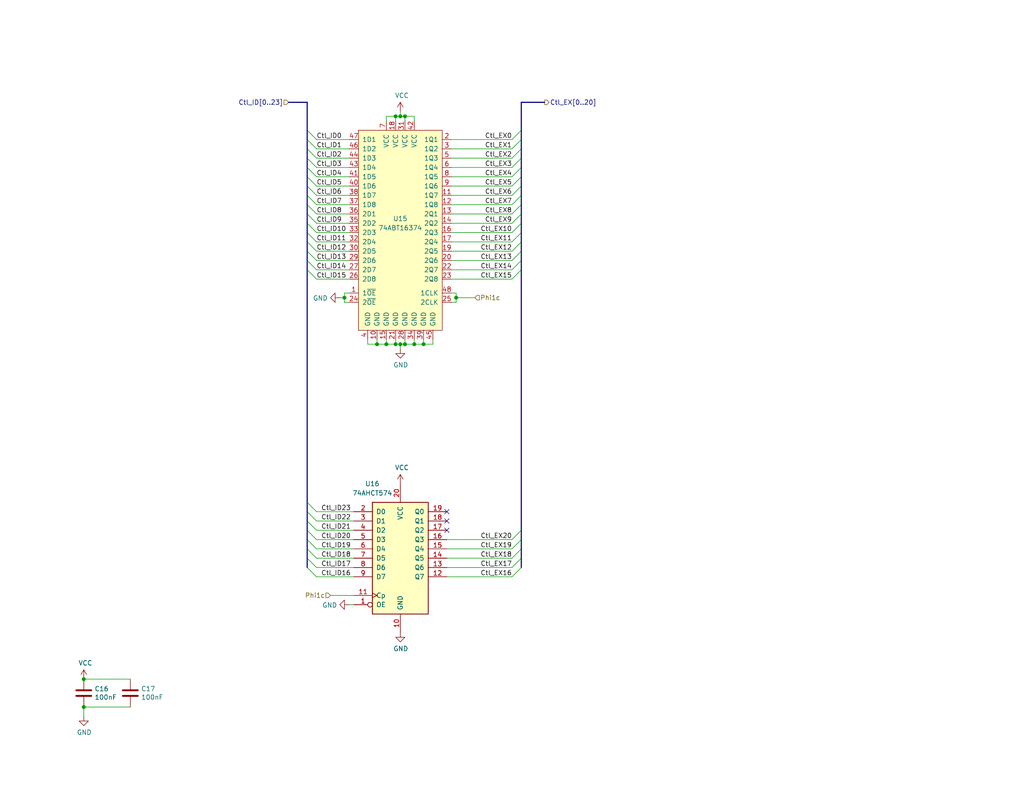
<source format=kicad_sch>
(kicad_sch (version 20230121) (generator eeschema)
  (paper "USLetter")
  (title_block (title "ID/EX Control Register") (date "2023-09-25") (rev "C"))
  (lib_symbols
    (symbol "74xx (kicad5):74ABT16374" (pin_names (offset 1.016))
      (property "Reference" "U" (at 0 1.27 0))
      (property "Value" "74ABT16374" (at 0 -1.27 0))
      (symbol "74ABT16374_0_0"
        (pin input line (at -13.97 -20.32 0) (length 2.54) (name "1~{OE}") (number "1"))
        (pin power_in line (at -6.35 -33.02 90) (length 2.54) (name "GND") (number "10"))
        (pin tri_state line (at 13.97 6.35 180) (length 2.54) (name "1Q7") (number "11"))
        (pin tri_state line (at 13.97 3.81 180) (length 2.54) (name "1Q8") (number "12"))
        (pin tri_state line (at 13.97 1.27 180) (length 2.54) (name "2Q1") (number "13"))
        (pin tri_state line (at 13.97 -1.27 180) (length 2.54) (name "2Q2") (number "14"))
        (pin power_in line (at -3.81 -33.02 90) (length 2.54) (name "GND") (number "15"))
        (pin tri_state line (at 13.97 -3.81 180) (length 2.54) (name "2Q3") (number "16"))
        (pin tri_state line (at 13.97 -6.35 180) (length 2.54) (name "2Q4") (number "17"))
        (pin power_in line (at -1.27 26.67 270) (length 2.54) (name "VCC") (number "18"))
        (pin tri_state line (at 13.97 -8.89 180) (length 2.54) (name "2Q5") (number "19"))
        (pin tri_state line (at 13.97 21.59 180) (length 2.54) (name "1Q1") (number "2"))
        (pin tri_state line (at 13.97 -11.43 180) (length 2.54) (name "2Q6") (number "20"))
        (pin power_in line (at -1.27 -33.02 90) (length 2.54) (name "GND") (number "21"))
        (pin tri_state line (at 13.97 -13.97 180) (length 2.54) (name "2Q7") (number "22"))
        (pin tri_state line (at 13.97 -16.51 180) (length 2.54) (name "2Q8") (number "23"))
        (pin input line (at -13.97 -22.86 0) (length 2.54) (name "2~{OE}") (number "24"))
        (pin input line (at 13.97 -22.86 180) (length 2.54) (name "2CLK") (number "25"))
        (pin input line (at -13.97 -16.51 0) (length 2.54) (name "2D8") (number "26"))
        (pin input line (at -13.97 -13.97 0) (length 2.54) (name "2D7") (number "27"))
        (pin power_in line (at 1.27 -33.02 90) (length 2.54) (name "GND") (number "28"))
        (pin input line (at -13.97 -11.43 0) (length 2.54) (name "2D6") (number "29"))
        (pin tri_state line (at 13.97 19.05 180) (length 2.54) (name "1Q2") (number "3"))
        (pin input line (at -13.97 -8.89 0) (length 2.54) (name "2D5") (number "30"))
        (pin power_in line (at 1.27 26.67 270) (length 2.54) (name "VCC") (number "31"))
        (pin input line (at -13.97 -6.35 0) (length 2.54) (name "2D4") (number "32"))
        (pin input line (at -13.97 -3.81 0) (length 2.54) (name "2D3") (number "33"))
        (pin power_in line (at 3.81 -33.02 90) (length 2.54) (name "GND") (number "34"))
        (pin input line (at -13.97 -1.27 0) (length 2.54) (name "2D2") (number "35"))
        (pin input line (at -13.97 1.27 0) (length 2.54) (name "2D1") (number "36"))
        (pin input line (at -13.97 3.81 0) (length 2.54) (name "1D8") (number "37"))
        (pin input line (at -13.97 6.35 0) (length 2.54) (name "1D7") (number "38"))
        (pin power_in line (at 6.35 -33.02 90) (length 2.54) (name "GND") (number "39"))
        (pin power_in line (at -8.89 -33.02 90) (length 2.54) (name "GND") (number "4"))
        (pin input line (at -13.97 8.89 0) (length 2.54) (name "1D6") (number "40"))
        (pin input line (at -13.97 11.43 0) (length 2.54) (name "1D5") (number "41"))
        (pin power_in line (at 3.81 26.67 270) (length 2.54) (name "VCC") (number "42"))
        (pin input line (at -13.97 13.97 0) (length 2.54) (name "1D4") (number "43"))
        (pin input line (at -13.97 16.51 0) (length 2.54) (name "1D3") (number "44"))
        (pin power_in line (at 8.89 -33.02 90) (length 2.54) (name "GND") (number "45"))
        (pin input line (at -13.97 19.05 0) (length 2.54) (name "1D2") (number "46"))
        (pin input line (at -13.97 21.59 0) (length 2.54) (name "1D1") (number "47"))
        (pin input line (at 13.97 -20.32 180) (length 2.54) (name "1CLK") (number "48"))
        (pin tri_state line (at 13.97 16.51 180) (length 2.54) (name "1Q3") (number "5"))
        (pin tri_state line (at 13.97 13.97 180) (length 2.54) (name "1Q4") (number "6"))
        (pin power_in line (at -3.81 26.67 270) (length 2.54) (name "VCC") (number "7"))
        (pin tri_state line (at 13.97 11.43 180) (length 2.54) (name "1Q5") (number "8"))
        (pin tri_state line (at 13.97 8.89 180) (length 2.54) (name "1Q6") (number "9"))
      )
      (symbol "74ABT16374_0_1"
        (rectangle (start -11.43 24.13) (end 11.43 -30.48) (fill (type background)))
      )
    )
    (symbol "74xx:74LS574" (pin_names (offset 1.016))
      (property "Reference" "U" (at -7.62 16.51 0))
      (property "Value" "74LS574" (at -7.62 -16.51 0))
      (symbol "74LS574_1_0"
        (pin input inverted (at -12.7 -12.7 0) (length 5.08) (name "OE") (number "1"))
        (pin power_in line (at 0 -20.32 90) (length 5.08) (name "GND") (number "10"))
        (pin input clock (at -12.7 -10.16 0) (length 5.08) (name "Cp") (number "11"))
        (pin tri_state line (at 12.7 -5.08 180) (length 5.08) (name "Q7") (number "12"))
        (pin tri_state line (at 12.7 -2.54 180) (length 5.08) (name "Q6") (number "13"))
        (pin tri_state line (at 12.7 0 180) (length 5.08) (name "Q5") (number "14"))
        (pin tri_state line (at 12.7 2.54 180) (length 5.08) (name "Q4") (number "15"))
        (pin tri_state line (at 12.7 5.08 180) (length 5.08) (name "Q3") (number "16"))
        (pin tri_state line (at 12.7 7.62 180) (length 5.08) (name "Q2") (number "17"))
        (pin tri_state line (at 12.7 10.16 180) (length 5.08) (name "Q1") (number "18"))
        (pin tri_state line (at 12.7 12.7 180) (length 5.08) (name "Q0") (number "19"))
        (pin input line (at -12.7 12.7 0) (length 5.08) (name "D0") (number "2"))
        (pin power_in line (at 0 20.32 270) (length 5.08) (name "VCC") (number "20"))
        (pin input line (at -12.7 10.16 0) (length 5.08) (name "D1") (number "3"))
        (pin input line (at -12.7 7.62 0) (length 5.08) (name "D2") (number "4"))
        (pin input line (at -12.7 5.08 0) (length 5.08) (name "D3") (number "5"))
        (pin input line (at -12.7 2.54 0) (length 5.08) (name "D4") (number "6"))
        (pin input line (at -12.7 0 0) (length 5.08) (name "D5") (number "7"))
        (pin input line (at -12.7 -2.54 0) (length 5.08) (name "D6") (number "8"))
        (pin input line (at -12.7 -5.08 0) (length 5.08) (name "D7") (number "9"))
      )
      (symbol "74LS574_1_1"
        (rectangle (start -7.62 15.24) (end 7.62 -15.24) (stroke (width 0.254)) (fill (type background)))
      )
    )
    (symbol "Device:C" (pin_numbers hide) (pin_names (offset 0.254))
      (property "Reference" "C" (at 0.635 2.54 0))
      (property "Value" "C" (at 0.635 -2.54 0))
      (symbol "C_0_1"
        (polyline (pts (xy -2.032 -0.762) (xy 2.032 -0.762)) (stroke (width 0.508)))
        (polyline (pts (xy -2.032 0.762) (xy 2.032 0.762)) (stroke (width 0.508)))
      )
      (symbol "C_1_1"
        (pin passive line (at 0 3.81 270) (length 2.794) (name "~") (number "1"))
        (pin passive line (at 0 -3.81 90) (length 2.794) (name "~") (number "2"))
      )
    )
    (symbol "power:GND" (power) (pin_names (offset 0))
      (property "Value" "GND" (at 0 -3.81 0))
      (symbol "GND_0_1"
        (polyline (pts (xy 0 0) (xy 0 -1.27) (xy 1.27 -1.27) (xy 0 -2.54) (xy -1.27 -1.27) (xy 0 -1.27)))
      )
      (symbol "GND_1_1"
        (pin power_in line (at 0 0 270) (length 0) hide (name "GND") (number "1"))
      )
    )
    (symbol "power:VCC" (power) (pin_names (offset 0))
      (property "Value" "VCC" (at 0 3.81 0))
      (symbol "VCC_0_1"
        (polyline (pts (xy -0.762 1.27) (xy 0 2.54)))
        (polyline (pts (xy 0 0) (xy 0 2.54)))
        (polyline (pts (xy 0 2.54) (xy 0.762 1.27)))
      )
      (symbol "VCC_1_1"
        (pin power_in line (at 0 0 90) (length 0) hide (name "VCC") (number "1"))
      )
    )
  )
  (junction (at 110.49 31.75))
  (junction (at 110.49 93.98))
  (junction (at 107.95 31.75))
  (junction (at 22.86 193.04))
  (junction (at 93.98 81.28))
  (junction (at 22.86 185.42))
  (junction (at 124.46 81.28))
  (junction (at 107.95 93.98))
  (junction (at 109.22 31.75))
  (junction (at 109.22 93.98))
  (junction (at 105.41 93.98))
  (junction (at 102.87 93.98))
  (junction (at 113.03 93.98))
  (junction (at 115.57 93.98))
  (no_connect (at 121.92 139.7))
  (no_connect (at 121.92 142.24))
  (no_connect (at 121.92 144.78))
  (bus_entry (at 142.24 53.34) (size -2.54 2.54))
  (bus_entry (at 83.82 55.88) (size 2.54 2.54))
  (bus_entry (at 142.24 68.58) (size -2.54 2.54))
  (bus_entry (at 83.82 58.42) (size 2.54 2.54))
  (bus_entry (at 142.24 43.18) (size -2.54 2.54))
  (bus_entry (at 83.82 152.4) (size 2.54 2.54))
  (bus_entry (at 83.82 144.78) (size 2.54 2.54))
  (bus_entry (at 142.24 38.1) (size -2.54 2.54))
  (bus_entry (at 142.24 152.4) (size -2.54 2.54))
  (bus_entry (at 142.24 71.12) (size -2.54 2.54))
  (bus_entry (at 142.24 40.64) (size -2.54 2.54))
  (bus_entry (at 83.82 60.96) (size 2.54 2.54))
  (bus_entry (at 83.82 43.18) (size 2.54 2.54))
  (bus_entry (at 83.82 137.16) (size 2.54 2.54))
  (bus_entry (at 83.82 139.7) (size 2.54 2.54))
  (bus_entry (at 83.82 142.24) (size 2.54 2.54))
  (bus_entry (at 142.24 35.56) (size -2.54 2.54))
  (bus_entry (at 83.82 63.5) (size 2.54 2.54))
  (bus_entry (at 142.24 50.8) (size -2.54 2.54))
  (bus_entry (at 142.24 60.96) (size -2.54 2.54))
  (bus_entry (at 83.82 147.32) (size 2.54 2.54))
  (bus_entry (at 83.82 48.26) (size 2.54 2.54))
  (bus_entry (at 83.82 38.1) (size 2.54 2.54))
  (bus_entry (at 142.24 63.5) (size -2.54 2.54))
  (bus_entry (at 83.82 35.56) (size 2.54 2.54))
  (bus_entry (at 83.82 53.34) (size 2.54 2.54))
  (bus_entry (at 83.82 45.72) (size 2.54 2.54))
  (bus_entry (at 83.82 68.58) (size 2.54 2.54))
  (bus_entry (at 142.24 48.26) (size -2.54 2.54))
  (bus_entry (at 142.24 154.94) (size -2.54 2.54))
  (bus_entry (at 142.24 149.86) (size -2.54 2.54))
  (bus_entry (at 142.24 45.72) (size -2.54 2.54))
  (bus_entry (at 142.24 58.42) (size -2.54 2.54))
  (bus_entry (at 83.82 149.86) (size 2.54 2.54))
  (bus_entry (at 142.24 66.04) (size -2.54 2.54))
  (bus_entry (at 142.24 55.88) (size -2.54 2.54))
  (bus_entry (at 142.24 147.32) (size -2.54 2.54))
  (bus_entry (at 83.82 50.8) (size 2.54 2.54))
  (bus_entry (at 142.24 144.78) (size -2.54 2.54))
  (bus_entry (at 83.82 66.04) (size 2.54 2.54))
  (bus_entry (at 83.82 71.12) (size 2.54 2.54))
  (bus_entry (at 83.82 154.94) (size 2.54 2.54))
  (bus_entry (at 83.82 40.64) (size 2.54 2.54))
  (bus_entry (at 83.82 73.66) (size 2.54 2.54))
  (bus_entry (at 142.24 73.66) (size -2.54 2.54))
  (wire (pts (xy 86.36 43.18) (xy 95.25 43.18)))
  (bus (pts (xy 83.82 38.1) (xy 83.82 40.64)))
  (wire (pts (xy 139.7 154.94) (xy 121.92 154.94)))
  (wire (pts (xy 124.46 82.55) (xy 123.19 82.55)))
  (bus (pts (xy 83.82 27.94) (xy 83.82 35.56)))
  (wire (pts (xy 100.33 92.71) (xy 100.33 93.98)))
  (bus (pts (xy 142.24 27.94) (xy 142.24 35.56)))
  (wire (pts (xy 139.7 60.96) (xy 123.19 60.96)))
  (wire (pts (xy 139.7 38.1) (xy 123.19 38.1)))
  (wire (pts (xy 115.57 92.71) (xy 115.57 93.98)))
  (wire (pts (xy 107.95 93.98) (xy 109.22 93.98)))
  (wire (pts (xy 35.56 193.04) (xy 22.86 193.04)))
  (wire (pts (xy 86.36 53.34) (xy 95.25 53.34)))
  (wire (pts (xy 107.95 31.75) (xy 109.22 31.75)))
  (wire (pts (xy 86.36 68.58) (xy 95.25 68.58)))
  (bus (pts (xy 83.82 35.56) (xy 83.82 38.1)))
  (wire (pts (xy 86.36 66.04) (xy 95.25 66.04)))
  (bus (pts (xy 142.24 45.72) (xy 142.24 48.26)))
  (wire (pts (xy 139.7 157.48) (xy 121.92 157.48)))
  (bus (pts (xy 83.82 152.4) (xy 83.82 154.94)))
  (wire (pts (xy 86.36 55.88) (xy 95.25 55.88)))
  (wire (pts (xy 109.22 93.98) (xy 109.22 95.25)))
  (wire (pts (xy 139.7 55.88) (xy 123.19 55.88)))
  (bus (pts (xy 83.82 137.16) (xy 83.82 139.7)))
  (wire (pts (xy 113.03 31.75) (xy 113.03 33.02)))
  (wire (pts (xy 139.7 43.18) (xy 123.19 43.18)))
  (wire (pts (xy 93.98 81.28) (xy 93.98 82.55)))
  (wire (pts (xy 109.22 31.75) (xy 110.49 31.75)))
  (bus (pts (xy 142.24 53.34) (xy 142.24 55.88)))
  (wire (pts (xy 109.22 93.98) (xy 110.49 93.98)))
  (bus (pts (xy 83.82 43.18) (xy 83.82 45.72)))
  (bus (pts (xy 142.24 35.56) (xy 142.24 38.1)))
  (wire (pts (xy 139.7 66.04) (xy 123.19 66.04)))
  (bus (pts (xy 142.24 149.86) (xy 142.24 152.4)))
  (bus (pts (xy 142.24 55.88) (xy 142.24 58.42)))
  (bus (pts (xy 83.82 68.58) (xy 83.82 71.12)))
  (bus (pts (xy 142.24 40.64) (xy 142.24 43.18)))
  (bus (pts (xy 142.24 147.32) (xy 142.24 149.86)))
  (wire (pts (xy 105.41 92.71) (xy 105.41 93.98)))
  (wire (pts (xy 139.7 53.34) (xy 123.19 53.34)))
  (bus (pts (xy 83.82 144.78) (xy 83.82 147.32)))
  (wire (pts (xy 86.36 73.66) (xy 95.25 73.66)))
  (wire (pts (xy 86.36 144.78) (xy 96.52 144.78)))
  (bus (pts (xy 83.82 63.5) (xy 83.82 66.04)))
  (wire (pts (xy 102.87 92.71) (xy 102.87 93.98)))
  (wire (pts (xy 86.36 63.5) (xy 95.25 63.5)))
  (wire (pts (xy 110.49 93.98) (xy 113.03 93.98)))
  (wire (pts (xy 86.36 58.42) (xy 95.25 58.42)))
  (bus (pts (xy 148.59 27.94) (xy 142.24 27.94)))
  (wire (pts (xy 86.36 149.86) (xy 96.52 149.86)))
  (wire (pts (xy 139.7 147.32) (xy 121.92 147.32)))
  (wire (pts (xy 139.7 152.4) (xy 121.92 152.4)))
  (bus (pts (xy 142.24 63.5) (xy 142.24 66.04)))
  (wire (pts (xy 86.36 76.2) (xy 95.25 76.2)))
  (bus (pts (xy 142.24 73.66) (xy 142.24 144.78)))
  (wire (pts (xy 86.36 45.72) (xy 95.25 45.72)))
  (bus (pts (xy 142.24 66.04) (xy 142.24 68.58)))
  (wire (pts (xy 22.86 195.58) (xy 22.86 193.04)))
  (wire (pts (xy 86.36 71.12) (xy 95.25 71.12)))
  (wire (pts (xy 123.19 80.01) (xy 124.46 80.01)))
  (wire (pts (xy 86.36 147.32) (xy 96.52 147.32)))
  (wire (pts (xy 93.98 80.01) (xy 93.98 81.28)))
  (wire (pts (xy 109.22 30.48) (xy 109.22 31.75)))
  (bus (pts (xy 142.24 58.42) (xy 142.24 60.96)))
  (wire (pts (xy 86.36 38.1) (xy 95.25 38.1)))
  (wire (pts (xy 110.49 31.75) (xy 113.03 31.75)))
  (wire (pts (xy 118.11 93.98) (xy 118.11 92.71)))
  (wire (pts (xy 86.36 157.48) (xy 96.52 157.48)))
  (bus (pts (xy 142.24 152.4) (xy 142.24 154.94)))
  (wire (pts (xy 139.7 50.8) (xy 123.19 50.8)))
  (wire (pts (xy 102.87 93.98) (xy 105.41 93.98)))
  (wire (pts (xy 90.17 162.56) (xy 96.52 162.56)))
  (wire (pts (xy 107.95 92.71) (xy 107.95 93.98)))
  (bus (pts (xy 83.82 50.8) (xy 83.82 53.34)))
  (bus (pts (xy 83.82 71.12) (xy 83.82 73.66)))
  (wire (pts (xy 107.95 33.02) (xy 107.95 31.75)))
  (bus (pts (xy 83.82 73.66) (xy 83.82 137.16)))
  (wire (pts (xy 124.46 81.28) (xy 129.54 81.28)))
  (wire (pts (xy 110.49 92.71) (xy 110.49 93.98)))
  (wire (pts (xy 86.36 48.26) (xy 95.25 48.26)))
  (wire (pts (xy 86.36 142.24) (xy 96.52 142.24)))
  (wire (pts (xy 86.36 152.4) (xy 96.52 152.4)))
  (bus (pts (xy 142.24 43.18) (xy 142.24 45.72)))
  (wire (pts (xy 105.41 33.02) (xy 105.41 31.75)))
  (bus (pts (xy 83.82 149.86) (xy 83.82 152.4)))
  (wire (pts (xy 113.03 93.98) (xy 115.57 93.98)))
  (bus (pts (xy 142.24 38.1) (xy 142.24 40.64)))
  (wire (pts (xy 93.98 81.28) (xy 92.71 81.28)))
  (wire (pts (xy 139.7 63.5) (xy 123.19 63.5)))
  (bus (pts (xy 83.82 45.72) (xy 83.82 48.26)))
  (wire (pts (xy 105.41 93.98) (xy 107.95 93.98)))
  (bus (pts (xy 83.82 53.34) (xy 83.82 55.88)))
  (wire (pts (xy 139.7 48.26) (xy 123.19 48.26)))
  (bus (pts (xy 142.24 144.78) (xy 142.24 147.32)))
  (wire (pts (xy 100.33 93.98) (xy 102.87 93.98)))
  (wire (pts (xy 115.57 93.98) (xy 118.11 93.98)))
  (bus (pts (xy 78.74 27.94) (xy 83.82 27.94)))
  (bus (pts (xy 83.82 142.24) (xy 83.82 144.78)))
  (wire (pts (xy 139.7 68.58) (xy 123.19 68.58)))
  (wire (pts (xy 113.03 92.71) (xy 113.03 93.98)))
  (wire (pts (xy 139.7 45.72) (xy 123.19 45.72)))
  (bus (pts (xy 83.82 48.26) (xy 83.82 50.8)))
  (bus (pts (xy 83.82 40.64) (xy 83.82 43.18)))
  (wire (pts (xy 110.49 33.02) (xy 110.49 31.75)))
  (bus (pts (xy 83.82 147.32) (xy 83.82 149.86)))
  (wire (pts (xy 95.25 165.1) (xy 96.52 165.1)))
  (wire (pts (xy 139.7 40.64) (xy 123.19 40.64)))
  (bus (pts (xy 83.82 66.04) (xy 83.82 68.58)))
  (bus (pts (xy 142.24 48.26) (xy 142.24 50.8)))
  (bus (pts (xy 142.24 71.12) (xy 142.24 73.66)))
  (bus (pts (xy 83.82 139.7) (xy 83.82 142.24)))
  (wire (pts (xy 95.25 80.01) (xy 93.98 80.01)))
  (wire (pts (xy 86.36 40.64) (xy 95.25 40.64)))
  (wire (pts (xy 22.86 185.42) (xy 35.56 185.42)))
  (wire (pts (xy 86.36 139.7) (xy 96.52 139.7)))
  (bus (pts (xy 142.24 68.58) (xy 142.24 71.12)))
  (bus (pts (xy 83.82 58.42) (xy 83.82 60.96)))
  (wire (pts (xy 139.7 149.86) (xy 121.92 149.86)))
  (wire (pts (xy 124.46 80.01) (xy 124.46 81.28)))
  (bus (pts (xy 83.82 60.96) (xy 83.82 63.5)))
  (wire (pts (xy 139.7 76.2) (xy 123.19 76.2)))
  (wire (pts (xy 86.36 50.8) (xy 95.25 50.8)))
  (wire (pts (xy 139.7 71.12) (xy 123.19 71.12)))
  (bus (pts (xy 83.82 55.88) (xy 83.82 58.42)))
  (bus (pts (xy 142.24 50.8) (xy 142.24 53.34)))
  (wire (pts (xy 93.98 82.55) (xy 95.25 82.55)))
  (wire (pts (xy 105.41 31.75) (xy 107.95 31.75)))
  (wire (pts (xy 139.7 58.42) (xy 123.19 58.42)))
  (wire (pts (xy 86.36 154.94) (xy 96.52 154.94)))
  (wire (pts (xy 139.7 73.66) (xy 123.19 73.66)))
  (wire (pts (xy 124.46 81.28) (xy 124.46 82.55)))
  (wire (pts (xy 86.36 60.96) (xy 95.25 60.96)))
  (bus (pts (xy 142.24 60.96) (xy 142.24 63.5)))
  (label "Ctl_EX0" (at 139.7 38.1 180))
  (label "Ctl_EX11" (at 139.7 66.04 180))
  (label "Ctl_EX8" (at 139.7 58.42 180))
  (label "Ctl_ID14" (at 86.36 73.66 0))
  (label "Ctl_ID12" (at 86.36 68.58 0))
  (label "Ctl_EX9" (at 139.7 60.96 180))
  (label "Ctl_ID17" (at 87.63 154.94 0))
  (label "Ctl_EX10" (at 139.7 63.5 180))
  (label "Ctl_EX16" (at 139.7 157.48 180))
  (label "Ctl_ID7" (at 86.36 55.88 0))
  (label "Ctl_ID0" (at 86.36 38.1 0))
  (label "Ctl_ID3" (at 86.36 45.72 0))
  (label "Ctl_EX18" (at 139.7 152.4 180))
  (label "Ctl_EX12" (at 139.7 68.58 180))
  (label "Ctl_ID22" (at 87.63 142.24 0))
  (label "Ctl_EX20" (at 139.7 147.32 180))
  (label "Ctl_EX15" (at 139.7 76.2 180))
  (label "Ctl_ID21" (at 87.63 144.78 0))
  (label "Ctl_ID2" (at 86.36 43.18 0))
  (label "Ctl_ID15" (at 86.36 76.2 0))
  (label "Ctl_EX5" (at 139.7 50.8 180))
  (label "Ctl_ID13" (at 86.36 71.12 0))
  (label "Ctl_ID4" (at 86.36 48.26 0))
  (label "Ctl_EX7" (at 139.7 55.88 180))
  (label "Ctl_EX17" (at 139.7 154.94 180))
  (label "Ctl_EX1" (at 139.7 40.64 180))
  (label "Ctl_ID11" (at 86.36 66.04 0))
  (label "Ctl_EX2" (at 139.7 43.18 180))
  (label "Ctl_ID16" (at 87.63 157.48 0))
  (label "Ctl_ID6" (at 86.36 53.34 0))
  (label "Ctl_ID1" (at 86.36 40.64 0))
  (label "Ctl_ID8" (at 86.36 58.42 0))
  (label "Ctl_EX6" (at 139.7 53.34 180))
  (label "Ctl_ID20" (at 87.63 147.32 0))
  (label "Ctl_ID18" (at 87.63 152.4 0))
  (label "Ctl_ID19" (at 87.63 149.86 0))
  (label "Ctl_EX3" (at 139.7 45.72 180))
  (label "Ctl_ID10" (at 86.36 63.5 0))
  (label "Ctl_ID9" (at 86.36 60.96 0))
  (label "Ctl_EX4" (at 139.7 48.26 180))
  (label "Ctl_ID23" (at 87.63 139.7 0))
  (label "Ctl_EX19" (at 139.7 149.86 180))
  (label "Ctl_ID5" (at 86.36 50.8 0))
  (label "Ctl_EX14" (at 139.7 73.66 180))
  (label "Ctl_EX13" (at 139.7 71.12 180))
  (hierarchical_label "Ctl_ID[0..23]" (shape input) (at 78.74 27.94 180))
  (hierarchical_label "Phi1c" (shape input) (at 129.54 81.28 0))
  (hierarchical_label "Ctl_EX[0..20]" (shape output) (at 148.59 27.94 0))
  (hierarchical_label "Phi1c" (shape input) (at 90.17 162.56 180))
  (symbol (lib_id "Device:C") (at 22.86 189.23 0) (unit 1)
    (property "Reference" "C16" (at 25.781 188.0616 0) (effects (justify left)))
    (property "Value" "100nF" (at 25.781 190.373 0) (effects (justify left)))
    (property "Footprint" "Capacitor_SMD:C_0603_1608Metric_Pad1.08x0.95mm_HandSolder" (effects hide))
    (property "Mouser" "https://www.mouser.com/ProductDetail/963-EMK107B7104KAHT" (effects hide))
  )
  (symbol (lib_id "power:VCC") (at 22.86 185.42 0) (unit 1)
    (property "Reference" "#PWR070" (effects hide))
    (property "Value" "VCC" (at 23.2918 181.0258 0))
  )
  (symbol (lib_id "power:GND") (at 22.86 195.58 0) (unit 1)
    (property "Reference" "#PWR071" (effects hide))
    (property "Value" "GND" (at 22.987 199.9742 0))
  )
  (symbol (lib_id "Device:C") (at 35.56 189.23 0) (unit 1)
    (property "Reference" "C17" (at 38.481 188.0616 0) (effects (justify left)))
    (property "Value" "100nF" (at 38.481 190.373 0) (effects (justify left)))
    (property "Footprint" "Capacitor_SMD:C_0603_1608Metric_Pad1.08x0.95mm_HandSolder" (effects hide))
    (property "Mouser" "https://www.mouser.com/ProductDetail/963-EMK107B7104KAHT" (effects hide))
  )
  (symbol (lib_id "power:GND") (at 109.22 172.72 0) (unit 1)
    (property "Reference" "#PWR077" (effects hide))
    (property "Value" "GND" (at 109.347 177.1142 0))
  )
  (symbol (lib_id "power:VCC") (at 109.22 132.08 0) (unit 1)
    (property "Reference" "#PWR076" (effects hide))
    (property "Value" "VCC" (at 109.6518 127.6858 0))
  )
  (symbol (lib_id "74xx:74LS574") (at 109.22 152.4 0) (unit 1)
    (property "Reference" "U16" (at 101.6 132.08 0))
    (property "Value" "74AHCT574" (at 101.6 134.62 0))
    (property "Footprint" "Package_SO:TSSOP-20_4.4x6.5mm_P0.65mm" (effects hide))
    (property "Datasheet" "http://www.ti.com/lit/gpn/sn74LS574" (effects hide))
    (property "Mouser" "https://www.mouser.com/ProductDetail/Nexperia/74AHCT574PW112?qs=P62ublwmbi85GCU3A0NEsQ%3D%3D" (effects hide))
  )
  (symbol (lib_id "power:GND") (at 95.25 165.1 270) (unit 1)
    (property "Reference" "#PWR073" (effects hide))
    (property "Value" "GND" (at 91.9988 165.227 90) (effects (justify right)))
  )
  (symbol (lib_id "power:GND") (at 92.71 81.28 270) (unit 1)
    (property "Reference" "#PWR072" (effects hide))
    (property "Value" "GND" (at 89.4588 81.407 90) (effects (justify right)))
  )
  (symbol (lib_id "power:VCC") (at 109.22 30.48 0) (unit 1)
    (property "Reference" "#PWR074" (effects hide))
    (property "Value" "VCC" (at 109.6518 26.0858 0))
  )
  (symbol (lib_id "power:GND") (at 109.22 95.25 0) (unit 1)
    (property "Reference" "#PWR075" (effects hide))
    (property "Value" "GND" (at 109.347 99.6442 0))
  )
  (symbol (lib_id "74xx (kicad5):74ABT16374") (at 109.22 59.69 0) (unit 1)
    (property "Reference" "U15" (at 109.22 59.69 0))
    (property "Value" "74ABT16374" (at 109.22 62.23 0))
    (property "Footprint" "Package_SO:TSSOP-48_8x12.5mm_P0.5mm" (effects hide))
    (property "Datasheet" "https://www.ti.com/lit/ds/symlink/sn74abt16374a.pdf?HQS=dis-mous-null-mousermode-dsf-pf-null-wwe&ts=1617318801237" (effects hide))
    (property "Mouser" "https://www.mouser.com/ProductDetail/Texas-Instruments/SN74ABT16374ADGGR?qs=%2Fha2pyFadui8Wf%2F61v2joCyY9bOa3peBR5btn0VUHs8%3D" (effects hide))
  )
)
</source>
